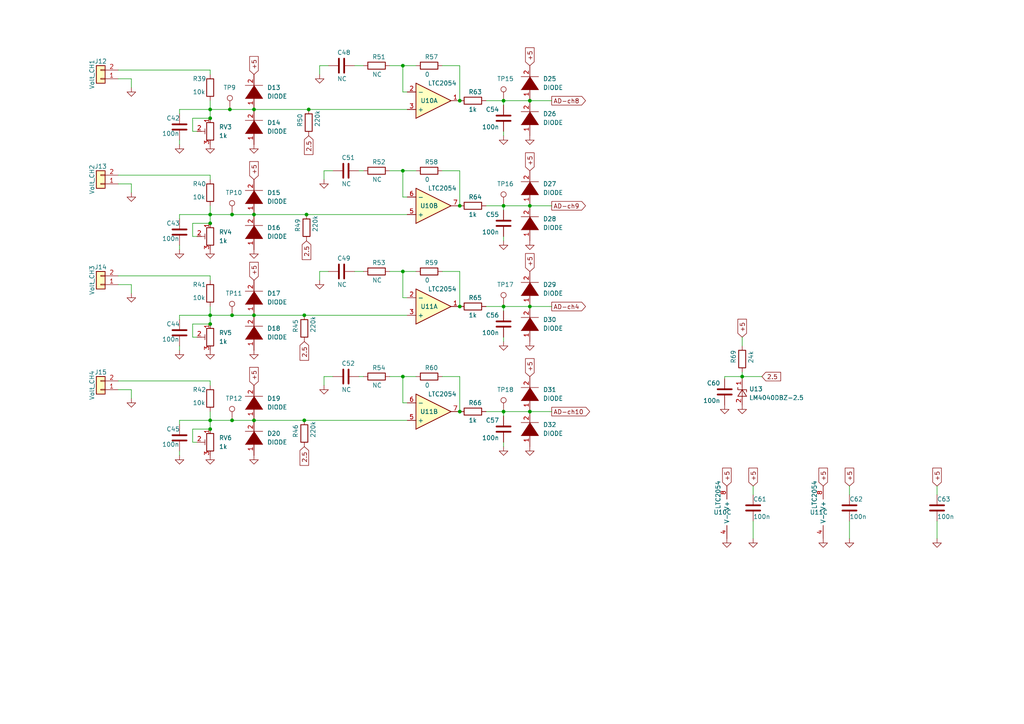
<source format=kicad_sch>
(kicad_sch (version 20211123) (generator eeschema)
  (paper "A4")
  (lib_symbols
    (symbol "Connector:TestPoint" (pin_numbers hide) (pin_names (offset 0.762) hide)
      (property "Reference" "TP" (at 0 6.858 0))
      (property "Value" "TestPoint" (at 0 5.08 0))
      (symbol "TestPoint_0_1"
        (circle (center 0 3.302) (radius 0.762))
      )
      (symbol "TestPoint_1_1"
        (pin passive line (at 0 0 90) (length 2.54) (name "1") (number "1"))
      )
    )
    (symbol "Connector_Generic:Conn_01x02" (pin_names (offset 1.016) hide)
      (property "Reference" "J" (at 0 2.54 0))
      (property "Value" "Conn_01x02" (at 0 -5.08 0))
      (symbol "Conn_01x02_1_1"
        (rectangle (start -1.27 -2.413) (end 0 -2.667) (stroke (width 0.1524)))
        (rectangle (start -1.27 0.127) (end 0 -0.127) (stroke (width 0.1524)))
        (rectangle (start -1.27 1.27) (end 1.27 -3.81) (stroke (width 0.254)) (fill (type background)))
        (pin passive line (at -5.08 0 0) (length 3.81) (name "Pin_1") (number "1"))
        (pin passive line (at -5.08 -2.54 0) (length 3.81) (name "Pin_2") (number "2"))
      )
    )
    (symbol "Device:C" (pin_numbers hide) (pin_names (offset 0.254))
      (property "Reference" "C" (at 0.635 2.54 0))
      (property "Value" "C" (at 0.635 -2.54 0))
      (symbol "C_0_1"
        (polyline (pts (xy -2.032 -0.762) (xy 2.032 -0.762)) (stroke (width 0.508)))
        (polyline (pts (xy -2.032 0.762) (xy 2.032 0.762)) (stroke (width 0.508)))
      )
      (symbol "C_1_1"
        (pin passive line (at 0 3.81 270) (length 2.794) (name "~") (number "1"))
        (pin passive line (at 0 -3.81 90) (length 2.794) (name "~") (number "2"))
      )
    )
    (symbol "Device:Opamp_Dual"
      (property "Reference" "U" (at 0 5.08 0))
      (property "Value" "Opamp_Dual" (at 0 -5.08 0))
      (symbol "Opamp_Dual_1_1"
        (polyline (pts (xy -5.08 5.08) (xy 5.08 0) (xy -5.08 -5.08) (xy -5.08 5.08)) (stroke (width 0.254)) (fill (type background)))
        (pin output line (at 7.62 0 180) (length 2.54) (name "~") (number "1"))
        (pin input line (at -7.62 -2.54 0) (length 2.54) (name "-") (number "2"))
        (pin input line (at -7.62 2.54 0) (length 2.54) (name "+") (number "3"))
      )
      (symbol "Opamp_Dual_2_1"
        (polyline (pts (xy -5.08 5.08) (xy 5.08 0) (xy -5.08 -5.08) (xy -5.08 5.08)) (stroke (width 0.254)) (fill (type background)))
        (pin input line (at -7.62 2.54 0) (length 2.54) (name "+") (number "5"))
        (pin input line (at -7.62 -2.54 0) (length 2.54) (name "-") (number "6"))
        (pin output line (at 7.62 0 180) (length 2.54) (name "~") (number "7"))
      )
      (symbol "Opamp_Dual_3_1"
        (pin power_in line (at -2.54 -7.62 90) (length 3.81) (name "V-") (number "4"))
        (pin power_in line (at -2.54 7.62 270) (length 3.81) (name "V+") (number "8"))
      )
    )
    (symbol "Device:R" (pin_numbers hide) (pin_names (offset 0))
      (property "Reference" "R" (at 2.032 0 90))
      (property "Value" "R" (at 0 0 90))
      (symbol "R_0_1"
        (rectangle (start -1.016 -2.54) (end 1.016 2.54) (stroke (width 0.254)))
      )
      (symbol "R_1_1"
        (pin passive line (at 0 3.81 270) (length 1.27) (name "~") (number "1"))
        (pin passive line (at 0 -3.81 90) (length 1.27) (name "~") (number "2"))
      )
    )
    (symbol "Device:R_Potentiometer_Trim" (pin_names (offset 1.016) hide)
      (property "Reference" "RV" (at -4.445 0 90))
      (property "Value" "R_Potentiometer_Trim" (at -2.54 0 90))
      (symbol "R_Potentiometer_Trim_0_1"
        (polyline (pts (xy 1.524 0.762) (xy 1.524 -0.762)))
        (polyline (pts (xy 2.54 0) (xy 1.524 0)))
        (rectangle (start 1.016 2.54) (end -1.016 -2.54) (stroke (width 0.254)))
      )
      (symbol "R_Potentiometer_Trim_1_1"
        (pin passive line (at 0 3.81 270) (length 1.27) (name "1") (number "1"))
        (pin passive line (at 3.81 0 180) (length 1.27) (name "2") (number "2"))
        (pin passive line (at 0 -3.81 90) (length 1.27) (name "3") (number "3"))
      )
    )
    (symbol "Reference_Voltage:LM4040DBZ-2.5" (pin_names (offset 0.0254) hide)
      (property "Reference" "U" (at 0 2.54 0))
      (property "Value" "LM4040DBZ-2.5" (at 0 -3.175 0))
      (symbol "LM4040DBZ-2.5_0_1"
        (polyline (pts (xy -1.27 0) (xy 0 0) (xy 1.27 0)))
        (polyline (pts (xy -1.27 -1.27) (xy 0.635 0) (xy -1.27 1.27) (xy -1.27 -1.27)) (stroke (width 0.2032)))
        (polyline (pts (xy 0 -1.27) (xy 0.635 -1.27) (xy 0.635 1.27) (xy 1.27 1.27)) (stroke (width 0.2032)))
      )
      (symbol "LM4040DBZ-2.5_1_1"
        (pin passive line (at 3.81 0 180) (length 2.54) (name "K") (number "1"))
        (pin passive line (at -3.81 0 0) (length 2.54) (name "A") (number "2"))
      )
    )
    (symbol "power:GND" (power) (pin_names (offset 0))
      (property "Value" "GND" (at 0 -3.81 0))
      (symbol "GND_0_1"
        (polyline (pts (xy 0 0) (xy 0 -1.27) (xy 1.27 -1.27) (xy 0 -2.54) (xy -1.27 -1.27) (xy 0 -1.27)))
      )
      (symbol "GND_1_1"
        (pin power_in line (at 0 0 270) (length 0) hide (name "GND") (number "1"))
      )
    )
    (symbol "pspice:DIODE" (pin_names (offset 1.016) hide)
      (property "Reference" "D" (at 0 3.81 0))
      (property "Value" "DIODE" (at 0 -4.445 0))
      (symbol "DIODE_0_1"
        (polyline (pts (xy 1.905 2.54) (xy 1.905 -2.54)))
        (polyline (pts (xy -1.905 2.54) (xy -1.905 -2.54) (xy 1.905 0)) (fill (type outline)))
      )
      (symbol "DIODE_1_1"
        (pin input line (at -5.08 0 0) (length 3.81) (name "K") (number "1"))
        (pin input line (at 5.08 0 180) (length 3.81) (name "A") (number "2"))
      )
    )
  )
  (junction (at 73.66 62.23))
  (junction (at 88.265 121.92))
  (junction (at 89.535 31.75))
  (junction (at 133.35 59.69))
  (junction (at 73.66 121.92))
  (junction (at 146.05 88.9))
  (junction (at 133.35 119.38))
  (junction (at 146.05 119.38))
  (junction (at 60.96 31.75))
  (junction (at 60.96 93.98))
  (junction (at 60.96 121.92))
  (junction (at 73.66 31.75))
  (junction (at 73.66 91.44))
  (junction (at 116.84 19.05))
  (junction (at 67.31 121.92))
  (junction (at 133.35 29.21))
  (junction (at 88.265 91.44))
  (junction (at 88.9 62.23))
  (junction (at 60.96 34.29))
  (junction (at 60.96 62.23))
  (junction (at 66.675 31.75))
  (junction (at 146.05 29.21))
  (junction (at 60.96 124.46))
  (junction (at 153.67 119.38))
  (junction (at 60.96 64.77))
  (junction (at 153.67 59.69))
  (junction (at 67.31 62.23))
  (junction (at 116.84 78.74))
  (junction (at 153.67 29.21))
  (junction (at 60.96 91.44))
  (junction (at 116.84 109.22))
  (junction (at 116.84 49.53))
  (junction (at 146.05 59.69))
  (junction (at 215.265 109.22))
  (junction (at 67.31 91.44))
  (junction (at 133.35 88.9))
  (junction (at 153.67 88.9))
  (wire (pts (xy 92.71 78.74) (xy 92.71 81.28)))
  (wire (pts (xy 153.67 59.69) (xy 160.02 59.69)))
  (wire (pts (xy 146.05 29.21) (xy 146.05 30.48)))
  (wire (pts (xy 116.84 19.05) (xy 116.84 26.67)))
  (wire (pts (xy 57.15 68.58) (xy 55.88 68.58)))
  (wire (pts (xy 52.07 91.44) (xy 60.96 91.44)))
  (wire (pts (xy 57.15 97.79) (xy 55.88 97.79)))
  (wire (pts (xy 133.35 49.53) (xy 133.35 59.69)))
  (wire (pts (xy 215.265 97.79) (xy 215.265 100.33)))
  (wire (pts (xy 128.27 49.53) (xy 133.35 49.53)))
  (wire (pts (xy 73.66 62.23) (xy 88.9 62.23)))
  (wire (pts (xy 38.1 82.55) (xy 38.1 85.09)))
  (wire (pts (xy 55.88 64.77) (xy 60.96 64.77)))
  (wire (pts (xy 52.07 92.71) (xy 52.07 91.44)))
  (wire (pts (xy 52.07 31.75) (xy 60.96 31.75)))
  (wire (pts (xy 128.27 109.22) (xy 133.35 109.22)))
  (wire (pts (xy 92.71 19.05) (xy 92.71 21.59)))
  (wire (pts (xy 218.44 151.13) (xy 218.44 156.21)))
  (wire (pts (xy 73.66 91.44) (xy 88.265 91.44)))
  (wire (pts (xy 60.96 121.92) (xy 67.31 121.92)))
  (wire (pts (xy 34.29 80.01) (xy 60.96 80.01)))
  (wire (pts (xy 118.11 116.84) (xy 116.84 116.84)))
  (wire (pts (xy 153.67 29.21) (xy 160.02 29.21)))
  (wire (pts (xy 52.07 71.12) (xy 52.07 72.39)))
  (wire (pts (xy 34.29 110.49) (xy 60.96 110.49)))
  (wire (pts (xy 66.675 31.75) (xy 73.66 31.75)))
  (wire (pts (xy 113.03 109.22) (xy 116.84 109.22)))
  (wire (pts (xy 118.11 86.36) (xy 116.84 86.36)))
  (wire (pts (xy 116.84 109.22) (xy 116.84 116.84)))
  (wire (pts (xy 153.67 88.9) (xy 160.02 88.9)))
  (wire (pts (xy 140.97 59.69) (xy 146.05 59.69)))
  (wire (pts (xy 60.96 29.21) (xy 60.96 31.75)))
  (wire (pts (xy 246.38 140.97) (xy 246.38 143.51)))
  (wire (pts (xy 133.35 78.74) (xy 133.35 88.9)))
  (wire (pts (xy 52.07 33.02) (xy 52.07 31.75)))
  (wire (pts (xy 88.265 91.44) (xy 118.11 91.44)))
  (wire (pts (xy 52.07 123.19) (xy 52.07 121.92)))
  (wire (pts (xy 55.88 93.98) (xy 60.96 93.98)))
  (wire (pts (xy 34.29 20.32) (xy 60.96 20.32)))
  (wire (pts (xy 146.05 128.27) (xy 146.05 129.54)))
  (wire (pts (xy 88.265 121.92) (xy 118.11 121.92)))
  (wire (pts (xy 52.07 63.5) (xy 52.07 62.23)))
  (wire (pts (xy 140.97 29.21) (xy 146.05 29.21)))
  (wire (pts (xy 96.52 49.53) (xy 93.98 49.53)))
  (wire (pts (xy 146.05 97.79) (xy 146.05 99.06)))
  (wire (pts (xy 215.265 109.22) (xy 220.98 109.22)))
  (wire (pts (xy 95.25 78.74) (xy 92.71 78.74)))
  (wire (pts (xy 38.1 22.86) (xy 38.1 25.4)))
  (wire (pts (xy 55.88 97.79) (xy 55.88 93.98)))
  (wire (pts (xy 60.96 121.92) (xy 60.96 124.46)))
  (wire (pts (xy 146.05 119.38) (xy 153.67 119.38)))
  (wire (pts (xy 120.65 19.05) (xy 116.84 19.05)))
  (wire (pts (xy 96.52 109.22) (xy 93.98 109.22)))
  (wire (pts (xy 60.96 119.38) (xy 60.96 121.92)))
  (wire (pts (xy 55.88 68.58) (xy 55.88 64.77)))
  (wire (pts (xy 113.03 78.74) (xy 116.84 78.74)))
  (wire (pts (xy 153.67 119.38) (xy 160.02 119.38)))
  (wire (pts (xy 34.29 113.03) (xy 38.1 113.03)))
  (wire (pts (xy 116.84 109.22) (xy 120.65 109.22)))
  (wire (pts (xy 140.97 119.38) (xy 146.05 119.38)))
  (wire (pts (xy 55.88 124.46) (xy 60.96 124.46)))
  (wire (pts (xy 60.96 59.69) (xy 60.96 62.23)))
  (wire (pts (xy 67.31 62.23) (xy 73.66 62.23)))
  (wire (pts (xy 52.07 62.23) (xy 60.96 62.23)))
  (wire (pts (xy 218.44 140.97) (xy 218.44 143.51)))
  (wire (pts (xy 271.78 140.97) (xy 271.78 143.51)))
  (wire (pts (xy 60.96 62.23) (xy 67.31 62.23)))
  (wire (pts (xy 146.05 68.58) (xy 146.05 69.85)))
  (wire (pts (xy 113.03 49.53) (xy 116.84 49.53)))
  (wire (pts (xy 55.88 34.29) (xy 60.96 34.29)))
  (wire (pts (xy 60.96 31.75) (xy 66.675 31.75)))
  (wire (pts (xy 102.87 19.05) (xy 105.41 19.05)))
  (wire (pts (xy 60.96 91.44) (xy 60.96 93.98)))
  (wire (pts (xy 60.96 88.9) (xy 60.96 91.44)))
  (wire (pts (xy 113.03 19.05) (xy 116.84 19.05)))
  (wire (pts (xy 52.07 40.64) (xy 52.07 41.91)))
  (wire (pts (xy 146.05 88.9) (xy 146.05 90.17)))
  (wire (pts (xy 146.05 88.9) (xy 153.67 88.9)))
  (wire (pts (xy 57.15 38.1) (xy 55.88 38.1)))
  (wire (pts (xy 133.35 109.22) (xy 133.35 119.38)))
  (wire (pts (xy 146.05 59.69) (xy 146.05 60.96)))
  (wire (pts (xy 146.05 29.21) (xy 153.67 29.21)))
  (wire (pts (xy 146.05 38.1) (xy 146.05 39.37)))
  (wire (pts (xy 246.38 151.13) (xy 246.38 156.21)))
  (wire (pts (xy 60.96 50.8) (xy 60.96 52.07)))
  (wire (pts (xy 52.07 121.92) (xy 60.96 121.92)))
  (wire (pts (xy 146.05 119.38) (xy 146.05 120.65)))
  (wire (pts (xy 60.96 62.23) (xy 60.96 64.77)))
  (wire (pts (xy 52.07 100.33) (xy 52.07 101.6)))
  (wire (pts (xy 93.98 109.22) (xy 93.98 111.76)))
  (wire (pts (xy 52.07 130.81) (xy 52.07 132.08)))
  (wire (pts (xy 67.31 121.92) (xy 73.66 121.92)))
  (wire (pts (xy 102.87 78.74) (xy 105.41 78.74)))
  (wire (pts (xy 118.11 26.67) (xy 116.84 26.67)))
  (wire (pts (xy 88.9 62.23) (xy 118.11 62.23)))
  (wire (pts (xy 57.15 128.27) (xy 55.88 128.27)))
  (wire (pts (xy 34.29 53.34) (xy 38.1 53.34)))
  (wire (pts (xy 104.14 109.22) (xy 105.41 109.22)))
  (wire (pts (xy 38.1 113.03) (xy 38.1 115.57)))
  (wire (pts (xy 140.97 88.9) (xy 146.05 88.9)))
  (wire (pts (xy 93.98 49.53) (xy 93.98 52.07)))
  (wire (pts (xy 210.185 109.22) (xy 215.265 109.22)))
  (wire (pts (xy 60.96 110.49) (xy 60.96 111.76)))
  (wire (pts (xy 38.1 53.34) (xy 38.1 55.88)))
  (wire (pts (xy 271.78 151.13) (xy 271.78 156.21)))
  (wire (pts (xy 34.29 82.55) (xy 38.1 82.55)))
  (wire (pts (xy 60.96 20.32) (xy 60.96 21.59)))
  (wire (pts (xy 95.25 19.05) (xy 92.71 19.05)))
  (wire (pts (xy 67.31 91.44) (xy 73.66 91.44)))
  (wire (pts (xy 133.35 19.05) (xy 133.35 29.21)))
  (wire (pts (xy 34.29 22.86) (xy 38.1 22.86)))
  (wire (pts (xy 215.265 107.95) (xy 215.265 109.22)))
  (wire (pts (xy 34.29 50.8) (xy 60.96 50.8)))
  (wire (pts (xy 215.265 109.22) (xy 215.265 109.855)))
  (wire (pts (xy 146.05 59.69) (xy 153.67 59.69)))
  (wire (pts (xy 104.14 49.53) (xy 105.41 49.53)))
  (wire (pts (xy 89.535 31.75) (xy 118.11 31.75)))
  (wire (pts (xy 116.84 49.53) (xy 120.65 49.53)))
  (wire (pts (xy 55.88 128.27) (xy 55.88 124.46)))
  (wire (pts (xy 55.88 38.1) (xy 55.88 34.29)))
  (wire (pts (xy 73.66 31.75) (xy 89.535 31.75)))
  (wire (pts (xy 128.27 19.05) (xy 133.35 19.05)))
  (wire (pts (xy 73.66 121.92) (xy 88.265 121.92)))
  (wire (pts (xy 120.65 78.74) (xy 116.84 78.74)))
  (wire (pts (xy 116.84 49.53) (xy 116.84 57.15)))
  (wire (pts (xy 210.185 109.855) (xy 210.185 109.22)))
  (wire (pts (xy 60.96 31.75) (xy 60.96 34.29)))
  (wire (pts (xy 128.27 78.74) (xy 133.35 78.74)))
  (wire (pts (xy 60.96 80.01) (xy 60.96 81.28)))
  (wire (pts (xy 118.11 57.15) (xy 116.84 57.15)))
  (wire (pts (xy 116.84 78.74) (xy 116.84 86.36)))
  (wire (pts (xy 60.96 91.44) (xy 67.31 91.44)))
  (global_label "+5" (shape input) (at 210.82 140.97 90) (property "Intersheet References" "${INTERSHEET_REFS}" (effects hide)))
  (global_label "2.5" (shape input) (at 88.265 129.54 270) (property "Intersheet References" "${INTERSHEET_REFS}" (effects hide)))
  (global_label "2.5" (shape input) (at 89.535 39.37 270) (property "Intersheet References" "${INTERSHEET_REFS}" (effects hide)))
  (global_label "+5" (shape input) (at 153.67 19.05 90) (property "Intersheet References" "${INTERSHEET_REFS}" (effects hide)))
  (global_label "+5" (shape input) (at 215.265 97.79 90) (property "Intersheet References" "${INTERSHEET_REFS}" (effects hide)))
  (global_label "+5" (shape input) (at 73.66 81.28 90) (property "Intersheet References" "${INTERSHEET_REFS}" (effects hide)))
  (global_label "+5" (shape input) (at 73.66 52.07 90) (property "Intersheet References" "${INTERSHEET_REFS}" (effects hide)))
  (global_label "+5" (shape input) (at 271.78 140.97 90) (property "Intersheet References" "${INTERSHEET_REFS}" (effects hide)))
  (global_label "2.5" (shape input) (at 220.98 109.22 0) (property "Intersheet References" "${INTERSHEET_REFS}" (effects hide)))
  (global_label "+5" (shape input) (at 218.44 140.97 90) (property "Intersheet References" "${INTERSHEET_REFS}" (effects hide)))
  (global_label "AD-ch10" (shape output) (at 160.02 119.38 0) (property "Intersheet References" "${INTERSHEET_REFS}" (effects hide)))
  (global_label "+5" (shape input) (at 238.76 140.97 90) (property "Intersheet References" "${INTERSHEET_REFS}" (effects hide)))
  (global_label "AD-ch8" (shape output) (at 160.02 29.21 0) (property "Intersheet References" "${INTERSHEET_REFS}" (effects hide)))
  (global_label "+5" (shape input) (at 153.67 109.22 90) (property "Intersheet References" "${INTERSHEET_REFS}" (effects hide)))
  (global_label "AD-ch9" (shape output) (at 160.02 59.69 0) (property "Intersheet References" "${INTERSHEET_REFS}" (effects hide)))
  (global_label "AD-ch4" (shape output) (at 160.02 88.9 0) (property "Intersheet References" "${INTERSHEET_REFS}" (effects hide)))
  (global_label "+5" (shape input) (at 246.38 140.97 90) (property "Intersheet References" "${INTERSHEET_REFS}" (effects hide)))
  (global_label "+5" (shape input) (at 73.66 21.59 90) (property "Intersheet References" "${INTERSHEET_REFS}" (effects hide)))
  (global_label "+5" (shape input) (at 73.66 111.76 90) (property "Intersheet References" "${INTERSHEET_REFS}" (effects hide)))
  (global_label "2.5" (shape input) (at 88.9 69.85 270) (property "Intersheet References" "${INTERSHEET_REFS}" (effects hide)))
  (global_label "2.5" (shape input) (at 88.265 99.06 270) (property "Intersheet References" "${INTERSHEET_REFS}" (effects hide)))
  (global_label "+5" (shape input) (at 153.67 49.53 90) (property "Intersheet References" "${INTERSHEET_REFS}" (effects hide)))
  (global_label "+5" (shape input) (at 153.67 78.74 90) (property "Intersheet References" "${INTERSHEET_REFS}" (effects hide)))
  (symbol (lib_id "power:GND") (at 60.96 132.08 0) (unit 1)
    (property "Reference" "#PWR0140" (effects hide))
    (property "Value" "GND" (effects hide))
  )
  (symbol (lib_id "Device:R") (at 137.16 29.21 270) (unit 1)
    (property "Reference" "R63" (at 135.89 26.67 90) (effects (justify left)))
    (property "Value" "1k" (at 135.89 31.75 90) (effects (justify left)))
    (property "Footprint" "Resistor_SMD:R_0402_1005Metric" (effects hide))
  )
  (symbol (lib_id "power:GND") (at 73.66 41.91 0) (unit 1)
    (property "Reference" "#PWR0143" (effects hide))
    (property "Value" "GND" (effects hide))
  )
  (symbol (lib_id "pspice:DIODE") (at 73.66 96.52 90) (unit 1)
    (property "Reference" "D18" (at 77.47 95.2499 90) (effects (justify right)))
    (property "Value" "DIODE" (at 77.47 97.7899 90) (effects (justify right)))
    (property "Footprint" "Diode_SMD:D_0402_1005Metric" (effects hide))
  )
  (symbol (lib_id "Connector_Generic:Conn_01x02") (at 29.21 113.03 180) (unit 1)
    (property "Reference" "J15" (at 29.21 107.95 0))
    (property "Value" "Volt_CH4" (at 26.67 111.76 90))
    (property "Footprint" "Connector_PinHeader_2.54mm:PinHeader_1x02_P2.54mm_Vertical" (effects hide))
  )
  (symbol (lib_id "power:GND") (at 60.96 72.39 0) (unit 1)
    (property "Reference" "#PWR0138" (effects hide))
    (property "Value" "GND" (effects hide))
  )
  (symbol (lib_id "power:GND") (at 146.05 129.54 0) (unit 1)
    (property "Reference" "#PWR0158" (effects hide))
    (property "Value" "GND" (effects hide))
  )
  (symbol (lib_id "Device:C") (at 52.07 96.52 0) (unit 1)
    (property "Reference" "C44" (at 48.26 93.98 0) (effects (justify left)))
    (property "Value" "100n" (at 46.99 98.425 0) (effects (justify left)))
    (property "Footprint" "Capacitor_SMD:C_0402_1005Metric" (effects hide))
  )
  (symbol (lib_id "power:GND") (at 52.07 72.39 0) (unit 1)
    (property "Reference" "#PWR0132" (effects hide))
    (property "Value" "GND" (effects hide))
  )
  (symbol (lib_id "Device:C") (at 246.38 147.32 0) (unit 1)
    (property "Reference" "C62" (at 246.38 144.78 0) (effects (justify left)))
    (property "Value" "100n" (at 246.38 149.86 0) (effects (justify left)))
    (property "Footprint" "Capacitor_SMD:C_0402_1005Metric" (effects hide))
  )
  (symbol (lib_id "power:GND") (at 238.76 156.21 0) (unit 1)
    (property "Reference" "#PWR0171" (effects hide))
    (property "Value" "GND" (effects hide))
  )
  (symbol (lib_id "power:GND") (at 153.67 69.85 0) (unit 1)
    (property "Reference" "#PWR0162" (effects hide))
    (property "Value" "GND" (effects hide))
  )
  (symbol (lib_id "power:GND") (at 218.44 156.21 0) (unit 1)
    (property "Reference" "#PWR0170" (effects hide))
    (property "Value" "GND" (effects hide))
  )
  (symbol (lib_id "Device:C") (at 52.07 36.83 0) (unit 1)
    (property "Reference" "C42" (at 48.26 34.29 0) (effects (justify left)))
    (property "Value" "100n" (at 46.99 38.735 0) (effects (justify left)))
    (property "Footprint" "Capacitor_SMD:C_0402_1005Metric" (effects hide))
  )
  (symbol (lib_id "Device:R") (at 109.22 109.22 270) (unit 1)
    (property "Reference" "R54" (at 107.95 106.68 90) (effects (justify left)))
    (property "Value" "NC" (at 107.95 111.76 90) (effects (justify left)))
    (property "Footprint" "Resistor_SMD:R_0402_1005Metric" (effects hide))
  )
  (symbol (lib_id "Device:Opamp_Dual") (at 236.22 148.59 0) (mirror y) (unit 3)
    (property "Reference" "U11" (at 237.49 148.59 0))
    (property "Value" "LTC2054" (at 236.22 143.51 90))
    (property "Footprint" "Package_SO:MSOP-8_3x3mm_P0.65mm" (effects hide))
  )
  (symbol (lib_id "Connector:TestPoint") (at 146.05 59.69 0) (unit 1)
    (property "Reference" "TP16" (at 144.145 53.34 0) (effects (justify left)))
    (property "Value" "TestPoint" (effects hide))
    (property "Footprint" "TestPoint:TestPoint_Pad_D1.0mm" (effects hide))
  )
  (symbol (lib_id "power:GND") (at 153.67 39.37 0) (unit 1)
    (property "Reference" "#PWR0161" (effects hide))
    (property "Value" "GND" (effects hide))
  )
  (symbol (lib_id "Device:C") (at 99.06 78.74 270) (unit 1)
    (property "Reference" "C49" (at 97.79 74.93 90) (effects (justify left)))
    (property "Value" "NC" (at 97.79 82.55 90) (effects (justify left)))
    (property "Footprint" "Capacitor_SMD:C_0402_1005Metric" (effects hide))
  )
  (symbol (lib_id "Connector:TestPoint") (at 146.05 119.38 0) (unit 1)
    (property "Reference" "TP18" (at 144.145 113.03 0) (effects (justify left)))
    (property "Value" "TestPoint" (effects hide))
    (property "Footprint" "TestPoint:TestPoint_Pad_D1.0mm" (effects hide))
  )
  (symbol (lib_id "Device:Opamp_Dual") (at 208.28 148.59 0) (mirror y) (unit 3)
    (property "Reference" "U10" (at 209.55 148.59 0))
    (property "Value" "LTC2054" (at 208.28 143.51 90))
    (property "Footprint" "Package_SO:MSOP-8_3x3mm_P0.65mm" (effects hide))
  )
  (symbol (lib_id "pspice:DIODE") (at 153.67 114.3 90) (unit 1)
    (property "Reference" "D31" (at 157.48 113.0299 90) (effects (justify right)))
    (property "Value" "DIODE" (at 157.48 115.5699 90) (effects (justify right)))
    (property "Footprint" "Diode_SMD:D_0402_1005Metric" (effects hide))
  )
  (symbol (lib_id "Device:Opamp_Dual") (at 125.73 59.69 0) (mirror x) (unit 2)
    (property "Reference" "U10" (at 124.46 59.69 0))
    (property "Value" "LTC2054" (at 128.27 54.61 0))
    (property "Footprint" "Package_SO:MSOP-8_3x3mm_P0.65mm" (effects hide))
  )
  (symbol (lib_id "Device:R_Potentiometer_Trim") (at 60.96 97.79 0) (mirror y) (unit 1)
    (property "Reference" "RV5" (at 63.5 96.5199 0) (effects (justify right)))
    (property "Value" "1k" (at 63.5 99.0599 0) (effects (justify right)))
    (property "Footprint" "Potentiometer_SMD:Potentiometer_Bourns_3314J_Vertical" (effects hide))
  )
  (symbol (lib_id "power:GND") (at 146.05 39.37 0) (unit 1)
    (property "Reference" "#PWR0155" (effects hide))
    (property "Value" "GND" (effects hide))
  )
  (symbol (lib_id "Device:R") (at 88.265 95.25 0) (unit 1)
    (property "Reference" "R45" (at 85.725 96.52 90) (effects (justify left)))
    (property "Value" "220k" (at 90.805 96.52 90) (effects (justify left)))
    (property "Footprint" "Resistor_SMD:R_0402_1005Metric" (effects hide))
  )
  (symbol (lib_id "power:GND") (at 215.265 117.475 0) (unit 1)
    (property "Reference" "#PWR0169" (effects hide))
    (property "Value" "GND" (effects hide))
  )
  (symbol (lib_id "power:GND") (at 93.98 52.07 0) (unit 1)
    (property "Reference" "#PWR0152" (effects hide))
    (property "Value" "GND" (effects hide))
  )
  (symbol (lib_id "pspice:DIODE") (at 73.66 57.15 90) (unit 1)
    (property "Reference" "D15" (at 77.47 55.8799 90) (effects (justify right)))
    (property "Value" "DIODE" (at 77.47 58.4199 90) (effects (justify right)))
    (property "Footprint" "Diode_SMD:D_0402_1005Metric" (effects hide))
  )
  (symbol (lib_id "Device:R") (at 60.96 25.4 0) (unit 1)
    (property "Reference" "R39" (at 55.88 22.86 0) (effects (justify left)))
    (property "Value" "10k" (at 55.88 26.67 0) (effects (justify left)))
    (property "Footprint" "Resistor_SMD:R_0402_1005Metric" (effects hide))
  )
  (symbol (lib_id "Device:R") (at 89.535 35.56 0) (unit 1)
    (property "Reference" "R50" (at 86.995 36.83 90) (effects (justify left)))
    (property "Value" "220k" (at 92.075 36.83 90) (effects (justify left)))
    (property "Footprint" "Resistor_SMD:R_0402_1005Metric" (effects hide))
  )
  (symbol (lib_id "Device:R") (at 137.16 119.38 270) (unit 1)
    (property "Reference" "R66" (at 135.89 116.84 90) (effects (justify left)))
    (property "Value" "1k" (at 135.89 121.92 90) (effects (justify left)))
    (property "Footprint" "Resistor_SMD:R_0402_1005Metric" (effects hide))
  )
  (symbol (lib_id "pspice:DIODE") (at 153.67 64.77 90) (unit 1)
    (property "Reference" "D28" (at 157.48 63.4999 90) (effects (justify right)))
    (property "Value" "DIODE" (at 157.48 66.0399 90) (effects (justify right)))
    (property "Footprint" "Diode_SMD:D_0402_1005Metric" (effects hide))
  )
  (symbol (lib_id "Connector:TestPoint") (at 146.05 88.9 0) (unit 1)
    (property "Reference" "TP17" (at 144.145 82.55 0) (effects (justify left)))
    (property "Value" "TestPoint" (effects hide))
    (property "Footprint" "TestPoint:TestPoint_Pad_D1.0mm" (effects hide))
  )
  (symbol (lib_id "power:GND") (at 52.07 101.6 0) (unit 1)
    (property "Reference" "#PWR0133" (effects hide))
    (property "Value" "GND" (effects hide))
  )
  (symbol (lib_id "power:GND") (at 38.1 25.4 0) (unit 1)
    (property "Reference" "#PWR0125" (effects hide))
    (property "Value" "GND" (effects hide))
  )
  (symbol (lib_id "pspice:DIODE") (at 73.66 67.31 90) (unit 1)
    (property "Reference" "D16" (at 77.47 66.0399 90) (effects (justify right)))
    (property "Value" "DIODE" (at 77.47 68.5799 90) (effects (justify right)))
    (property "Footprint" "Diode_SMD:D_0402_1005Metric" (effects hide))
  )
  (symbol (lib_id "pspice:DIODE") (at 153.67 83.82 90) (unit 1)
    (property "Reference" "D29" (at 157.48 82.5499 90) (effects (justify right)))
    (property "Value" "DIODE" (at 157.48 85.0899 90) (effects (justify right)))
    (property "Footprint" "Diode_SMD:D_0402_1005Metric" (effects hide))
  )
  (symbol (lib_id "power:GND") (at 153.67 129.54 0) (unit 1)
    (property "Reference" "#PWR0164" (effects hide))
    (property "Value" "GND" (effects hide))
  )
  (symbol (lib_id "Device:R") (at 124.46 49.53 270) (unit 1)
    (property "Reference" "R58" (at 123.19 46.99 90) (effects (justify left)))
    (property "Value" "0" (at 123.19 52.07 90) (effects (justify left)))
    (property "Footprint" "Resistor_SMD:R_0402_1005Metric" (effects hide))
  )
  (symbol (lib_id "Connector:TestPoint") (at 146.05 29.21 0) (unit 1)
    (property "Reference" "TP15" (at 144.145 22.86 0) (effects (justify left)))
    (property "Value" "TestPoint" (effects hide))
    (property "Footprint" "TestPoint:TestPoint_Pad_D1.0mm" (effects hide))
  )
  (symbol (lib_id "Device:C") (at 52.07 127 0) (unit 1)
    (property "Reference" "C45" (at 48.26 124.46 0) (effects (justify left)))
    (property "Value" "100n" (at 46.99 128.905 0) (effects (justify left)))
    (property "Footprint" "Capacitor_SMD:C_0402_1005Metric" (effects hide))
  )
  (symbol (lib_id "pspice:DIODE") (at 73.66 116.84 90) (unit 1)
    (property "Reference" "D19" (at 77.47 115.5699 90) (effects (justify right)))
    (property "Value" "DIODE" (at 77.47 118.1099 90) (effects (justify right)))
    (property "Footprint" "Diode_SMD:D_0402_1005Metric" (effects hide))
  )
  (symbol (lib_id "power:GND") (at 73.66 101.6 0) (unit 1)
    (property "Reference" "#PWR0145" (effects hide))
    (property "Value" "GND" (effects hide))
  )
  (symbol (lib_id "Device:R_Potentiometer_Trim") (at 60.96 128.27 0) (mirror y) (unit 1)
    (property "Reference" "RV6" (at 63.5 126.9999 0) (effects (justify right)))
    (property "Value" "1k" (at 63.5 129.5399 0) (effects (justify right)))
    (property "Footprint" "Potentiometer_SMD:Potentiometer_Bourns_3314J_Vertical" (effects hide))
  )
  (symbol (lib_id "Device:R") (at 60.96 115.57 0) (unit 1)
    (property "Reference" "R42" (at 55.88 113.03 0) (effects (justify left)))
    (property "Value" "10k" (at 55.88 116.84 0) (effects (justify left)))
    (property "Footprint" "Resistor_SMD:R_0402_1005Metric" (effects hide))
  )
  (symbol (lib_id "Device:R") (at 215.265 104.14 0) (unit 1)
    (property "Reference" "R69" (at 212.725 105.41 90) (effects (justify left)))
    (property "Value" "24k" (at 217.805 105.41 90) (effects (justify left)))
    (property "Footprint" "Resistor_SMD:R_0402_1005Metric" (effects hide))
  )
  (symbol (lib_id "Device:R") (at 109.22 19.05 270) (unit 1)
    (property "Reference" "R51" (at 107.95 16.51 90) (effects (justify left)))
    (property "Value" "NC" (at 107.95 21.59 90) (effects (justify left)))
    (property "Footprint" "Resistor_SMD:R_0402_1005Metric" (effects hide))
  )
  (symbol (lib_id "power:GND") (at 73.66 132.08 0) (unit 1)
    (property "Reference" "#PWR0146" (effects hide))
    (property "Value" "GND" (effects hide))
  )
  (symbol (lib_id "power:GND") (at 60.96 41.91 0) (unit 1)
    (property "Reference" "#PWR0137" (effects hide))
    (property "Value" "GND" (effects hide))
  )
  (symbol (lib_id "power:GND") (at 38.1 55.88 0) (unit 1)
    (property "Reference" "#PWR0126" (effects hide))
    (property "Value" "GND" (effects hide))
  )
  (symbol (lib_id "power:GND") (at 210.82 156.21 0) (unit 1)
    (property "Reference" "#PWR0168" (effects hide))
    (property "Value" "GND" (effects hide))
  )
  (symbol (lib_id "Reference_Voltage:LM4040DBZ-2.5") (at 215.265 113.665 90) (unit 1)
    (property "Reference" "U13" (at 217.2716 112.8303 90) (effects (justify right)))
    (property "Value" "LM4040DBZ-2.5" (at 217.2716 115.3672 90) (effects (justify right)))
    (property "Footprint" "Package_TO_SOT_SMD:SOT-23" (effects hide))
    (property "Datasheet" "http://www.ti.com/lit/ds/symlink/lm4040-n.pdf" (effects hide))
  )
  (symbol (lib_id "power:GND") (at 93.98 111.76 0) (unit 1)
    (property "Reference" "#PWR0153" (effects hide))
    (property "Value" "GND" (effects hide))
  )
  (symbol (lib_id "Device:C") (at 146.05 124.46 180) (unit 1)
    (property "Reference" "C57" (at 144.78 121.92 0) (effects (justify left)))
    (property "Value" "100n" (at 144.78 127 0) (effects (justify left)))
    (property "Footprint" "Capacitor_SMD:C_0402_1005Metric" (effects hide))
  )
  (symbol (lib_id "power:GND") (at 52.07 132.08 0) (unit 1)
    (property "Reference" "#PWR0134" (effects hide))
    (property "Value" "GND" (effects hide))
  )
  (symbol (lib_id "power:GND") (at 60.96 101.6 0) (unit 1)
    (property "Reference" "#PWR0139" (effects hide))
    (property "Value" "GND" (effects hide))
  )
  (symbol (lib_id "Connector_Generic:Conn_01x02") (at 29.21 53.34 180) (unit 1)
    (property "Reference" "J13" (at 29.21 48.26 0))
    (property "Value" "Volt_CH2" (at 26.67 52.07 90))
    (property "Footprint" "Connector_PinHeader_2.54mm:PinHeader_1x02_P2.54mm_Vertical" (effects hide))
  )
  (symbol (lib_id "Connector:TestPoint") (at 66.675 31.75 0) (unit 1)
    (property "Reference" "TP9" (at 64.77 25.4 0) (effects (justify left)))
    (property "Value" "TestPoint" (effects hide))
    (property "Footprint" "TestPoint:TestPoint_Pad_D1.0mm" (effects hide))
  )
  (symbol (lib_id "pspice:DIODE") (at 153.67 93.98 90) (unit 1)
    (property "Reference" "D30" (at 157.48 92.7099 90) (effects (justify right)))
    (property "Value" "DIODE" (at 157.48 95.2499 90) (effects (justify right)))
    (property "Footprint" "Diode_SMD:D_0402_1005Metric" (effects hide))
  )
  (symbol (lib_id "Device:R") (at 137.16 59.69 270) (unit 1)
    (property "Reference" "R64" (at 135.89 57.15 90) (effects (justify left)))
    (property "Value" "1k" (at 135.89 62.23 90) (effects (justify left)))
    (property "Footprint" "Resistor_SMD:R_0402_1005Metric" (effects hide))
  )
  (symbol (lib_id "power:GND") (at 271.78 156.21 0) (unit 1)
    (property "Reference" "#PWR0174" (effects hide))
    (property "Value" "GND" (effects hide))
  )
  (symbol (lib_id "pspice:DIODE") (at 73.66 127 90) (unit 1)
    (property "Reference" "D20" (at 77.47 125.7299 90) (effects (justify right)))
    (property "Value" "DIODE" (at 77.47 128.2699 90) (effects (justify right)))
    (property "Footprint" "Diode_SMD:D_0402_1005Metric" (effects hide))
  )
  (symbol (lib_id "power:GND") (at 153.67 99.06 0) (unit 1)
    (property "Reference" "#PWR0163" (effects hide))
    (property "Value" "GND" (effects hide))
  )
  (symbol (lib_id "Connector:TestPoint") (at 67.31 62.23 0) (unit 1)
    (property "Reference" "TP10" (at 65.405 55.88 0) (effects (justify left)))
    (property "Value" "TestPoint" (effects hide))
    (property "Footprint" "TestPoint:TestPoint_Pad_D1.0mm" (effects hide))
  )
  (symbol (lib_id "Device:C") (at 146.05 93.98 180) (unit 1)
    (property "Reference" "C56" (at 144.78 91.44 0) (effects (justify left)))
    (property "Value" "100n" (at 144.78 96.52 0) (effects (justify left)))
    (property "Footprint" "Capacitor_SMD:C_0402_1005Metric" (effects hide))
  )
  (symbol (lib_id "Device:C") (at 52.07 67.31 0) (unit 1)
    (property "Reference" "C43" (at 48.26 64.77 0) (effects (justify left)))
    (property "Value" "100n" (at 46.99 69.215 0) (effects (justify left)))
    (property "Footprint" "Capacitor_SMD:C_0402_1005Metric" (effects hide))
  )
  (symbol (lib_id "Device:R") (at 124.46 19.05 270) (unit 1)
    (property "Reference" "R57" (at 123.19 16.51 90) (effects (justify left)))
    (property "Value" "0" (at 123.19 21.59 90) (effects (justify left)))
    (property "Footprint" "Resistor_SMD:R_0402_1005Metric" (effects hide))
  )
  (symbol (lib_id "Connector:TestPoint") (at 67.31 121.92 0) (unit 1)
    (property "Reference" "TP12" (at 65.405 115.57 0) (effects (justify left)))
    (property "Value" "TestPoint" (effects hide))
    (property "Footprint" "TestPoint:TestPoint_Pad_D1.0mm" (effects hide))
  )
  (symbol (lib_id "Connector_Generic:Conn_01x02") (at 29.21 82.55 180) (unit 1)
    (property "Reference" "J14" (at 29.21 77.47 0))
    (property "Value" "Volt_CH3" (at 26.67 81.28 90))
    (property "Footprint" "Connector_PinHeader_2.54mm:PinHeader_1x02_P2.54mm_Vertical" (effects hide))
  )
  (symbol (lib_id "Device:R") (at 88.9 66.04 0) (unit 1)
    (property "Reference" "R49" (at 86.36 67.31 90) (effects (justify left)))
    (property "Value" "220k" (at 91.44 67.31 90) (effects (justify left)))
    (property "Footprint" "Resistor_SMD:R_0402_1005Metric" (effects hide))
  )
  (symbol (lib_id "Device:Opamp_Dual") (at 125.73 88.9 0) (mirror x) (unit 1)
    (property "Reference" "U11" (at 124.46 88.9 0))
    (property "Value" "LTC2054" (at 128.27 83.82 0))
    (property "Footprint" "Package_SO:MSOP-8_3x3mm_P0.65mm" (effects hide))
  )
  (symbol (lib_id "power:GND") (at 38.1 115.57 0) (unit 1)
    (property "Reference" "#PWR0128" (effects hide))
    (property "Value" "GND" (effects hide))
  )
  (symbol (lib_id "Device:Opamp_Dual") (at 125.73 29.21 0) (mirror x) (unit 1)
    (property "Reference" "U10" (at 124.46 29.21 0))
    (property "Value" "LTC2054" (at 128.27 24.13 0))
    (property "Footprint" "Package_SO:MSOP-8_3x3mm_P0.65mm" (effects hide))
  )
  (symbol (lib_id "Device:R_Potentiometer_Trim") (at 60.96 38.1 0) (mirror y) (unit 1)
    (property "Reference" "RV3" (at 63.5 36.8299 0) (effects (justify right)))
    (property "Value" "1k" (at 63.5 39.3699 0) (effects (justify right)))
    (property "Footprint" "Potentiometer_SMD:Potentiometer_Bourns_3314J_Vertical" (effects hide))
  )
  (symbol (lib_id "Device:R") (at 60.96 55.88 0) (unit 1)
    (property "Reference" "R40" (at 55.88 53.34 0) (effects (justify left)))
    (property "Value" "10k" (at 55.88 57.15 0) (effects (justify left)))
    (property "Footprint" "Resistor_SMD:R_0402_1005Metric" (effects hide))
  )
  (symbol (lib_id "Device:R") (at 124.46 78.74 270) (unit 1)
    (property "Reference" "R59" (at 123.19 76.2 90) (effects (justify left)))
    (property "Value" "0" (at 123.19 81.28 90) (effects (justify left)))
    (property "Footprint" "Resistor_SMD:R_0402_1005Metric" (effects hide))
  )
  (symbol (lib_id "power:GND") (at 92.71 21.59 0) (unit 1)
    (property "Reference" "#PWR0149" (effects hide))
    (property "Value" "GND" (effects hide))
  )
  (symbol (lib_id "pspice:DIODE") (at 73.66 36.83 90) (unit 1)
    (property "Reference" "D14" (at 77.47 35.5599 90) (effects (justify right)))
    (property "Value" "DIODE" (at 77.47 38.0999 90) (effects (justify right)))
    (property "Footprint" "Diode_SMD:D_0402_1005Metric" (effects hide))
  )
  (symbol (lib_id "Device:C") (at 146.05 64.77 180) (unit 1)
    (property "Reference" "C55" (at 144.78 62.23 0) (effects (justify left)))
    (property "Value" "100n" (at 144.78 67.31 0) (effects (justify left)))
    (property "Footprint" "Capacitor_SMD:C_0402_1005Metric" (effects hide))
  )
  (symbol (lib_id "Device:C") (at 146.05 34.29 180) (unit 1)
    (property "Reference" "C54" (at 144.78 31.75 0) (effects (justify left)))
    (property "Value" "100n" (at 144.78 36.83 0) (effects (justify left)))
    (property "Footprint" "Capacitor_SMD:C_0402_1005Metric" (effects hide))
  )
  (symbol (lib_id "power:GND") (at 246.38 156.21 0) (unit 1)
    (property "Reference" "#PWR0172" (effects hide))
    (property "Value" "GND" (effects hide))
  )
  (symbol (lib_id "Device:R") (at 109.22 78.74 270) (unit 1)
    (property "Reference" "R53" (at 107.95 76.2 90) (effects (justify left)))
    (property "Value" "NC" (at 107.95 81.28 90) (effects (justify left)))
    (property "Footprint" "Resistor_SMD:R_0402_1005Metric" (effects hide))
  )
  (symbol (lib_id "Device:R") (at 88.265 125.73 0) (unit 1)
    (property "Reference" "R46" (at 85.725 127 90) (effects (justify left)))
    (property "Value" "220k" (at 90.805 127 90) (effects (justify left)))
    (property "Footprint" "Resistor_SMD:R_0402_1005Metric" (effects hide))
  )
  (symbol (lib_id "power:GND") (at 38.1 85.09 0) (unit 1)
    (property "Reference" "#PWR0127" (effects hide))
    (property "Value" "GND" (effects hide))
  )
  (symbol (lib_id "Device:Opamp_Dual") (at 125.73 119.38 0) (mirror x) (unit 2)
    (property "Reference" "U11" (at 124.46 119.38 0))
    (property "Value" "LTC2054" (at 128.27 114.3 0))
    (property "Footprint" "Package_SO:MSOP-8_3x3mm_P0.65mm" (effects hide))
  )
  (symbol (lib_id "Device:C") (at 99.06 19.05 270) (unit 1)
    (property "Reference" "C48" (at 97.79 15.24 90) (effects (justify left)))
    (property "Value" "NC" (at 97.79 22.86 90) (effects (justify left)))
    (property "Footprint" "Capacitor_SMD:C_0402_1005Metric" (effects hide))
  )
  (symbol (lib_id "Device:R") (at 137.16 88.9 270) (unit 1)
    (property "Reference" "R65" (at 135.89 86.36 90) (effects (justify left)))
    (property "Value" "1k" (at 135.89 91.44 90) (effects (justify left)))
    (property "Footprint" "Resistor_SMD:R_0402_1005Metric" (effects hide))
  )
  (symbol (lib_id "Device:R") (at 124.46 109.22 270) (unit 1)
    (property "Reference" "R60" (at 123.19 106.68 90) (effects (justify left)))
    (property "Value" "0" (at 123.19 111.76 90) (effects (justify left)))
    (property "Footprint" "Resistor_SMD:R_0402_1005Metric" (effects hide))
  )
  (symbol (lib_id "pspice:DIODE") (at 73.66 26.67 90) (unit 1)
    (property "Reference" "D13" (at 77.47 25.3999 90) (effects (justify right)))
    (property "Value" "DIODE" (at 77.47 27.9399 90) (effects (justify right)))
    (property "Footprint" "Diode_SMD:D_0402_1005Metric" (effects hide))
  )
  (symbol (lib_id "Device:C") (at 100.33 49.53 270) (unit 1)
    (property "Reference" "C51" (at 99.06 45.72 90) (effects (justify left)))
    (property "Value" "NC" (at 99.06 53.34 90) (effects (justify left)))
    (property "Footprint" "Capacitor_SMD:C_0402_1005Metric" (effects hide))
  )
  (symbol (lib_id "pspice:DIODE") (at 153.67 54.61 90) (unit 1)
    (property "Reference" "D27" (at 157.48 53.3399 90) (effects (justify right)))
    (property "Value" "DIODE" (at 157.48 55.8799 90) (effects (justify right)))
    (property "Footprint" "Diode_SMD:D_0402_1005Metric" (effects hide))
  )
  (symbol (lib_id "power:GND") (at 146.05 69.85 0) (unit 1)
    (property "Reference" "#PWR0156" (effects hide))
    (property "Value" "GND" (effects hide))
  )
  (symbol (lib_id "power:GND") (at 146.05 99.06 0) (unit 1)
    (property "Reference" "#PWR0157" (effects hide))
    (property "Value" "GND" (effects hide))
  )
  (symbol (lib_id "pspice:DIODE") (at 153.67 34.29 90) (unit 1)
    (property "Reference" "D26" (at 157.48 33.0199 90) (effects (justify right)))
    (property "Value" "DIODE" (at 157.48 35.5599 90) (effects (justify right)))
    (property "Footprint" "Diode_SMD:D_0402_1005Metric" (effects hide))
  )
  (symbol (lib_id "pspice:DIODE") (at 153.67 24.13 90) (unit 1)
    (property "Reference" "D25" (at 157.48 22.8599 90) (effects (justify right)))
    (property "Value" "DIODE" (at 157.48 25.3999 90) (effects (justify right)))
    (property "Footprint" "Diode_SMD:D_0402_1005Metric" (effects hide))
  )
  (symbol (lib_id "Device:C") (at 210.185 113.665 180) (unit 1)
    (property "Reference" "C60" (at 208.915 111.125 0) (effects (justify left)))
    (property "Value" "100n" (at 208.915 116.205 0) (effects (justify left)))
    (property "Footprint" "Capacitor_SMD:C_0402_1005Metric" (effects hide))
  )
  (symbol (lib_id "Device:C") (at 271.78 147.32 0) (unit 1)
    (property "Reference" "C63" (at 271.78 144.78 0) (effects (justify left)))
    (property "Value" "100n" (at 271.78 149.86 0) (effects (justify left)))
    (property "Footprint" "Capacitor_SMD:C_0402_1005Metric" (effects hide))
  )
  (symbol (lib_id "Connector_Generic:Conn_01x02") (at 29.21 22.86 180) (unit 1)
    (property "Reference" "J12" (at 29.21 17.78 0))
    (property "Value" "Volt_CH1" (at 26.67 21.59 90))
    (property "Footprint" "Connector_PinHeader_2.54mm:PinHeader_1x02_P2.54mm_Vertical" (effects hide))
  )
  (symbol (lib_id "Device:R") (at 109.22 49.53 270) (unit 1)
    (property "Reference" "R52" (at 107.95 46.99 90) (effects (justify left)))
    (property "Value" "NC" (at 107.95 52.07 90) (effects (justify left)))
    (property "Footprint" "Resistor_SMD:R_0402_1005Metric" (effects hide))
  )
  (symbol (lib_id "Device:R") (at 60.96 85.09 0) (unit 1)
    (property "Reference" "R41" (at 55.88 82.55 0) (effects (justify left)))
    (property "Value" "10k" (at 55.88 86.36 0) (effects (justify left)))
    (property "Footprint" "Resistor_SMD:R_0402_1005Metric" (effects hide))
  )
  (symbol (lib_id "Device:C") (at 100.33 109.22 270) (unit 1)
    (property "Reference" "C52" (at 99.06 105.41 90) (effects (justify left)))
    (property "Value" "NC" (at 99.06 113.03 90) (effects (justify left)))
    (property "Footprint" "Capacitor_SMD:C_0402_1005Metric" (effects hide))
  )
  (symbol (lib_id "power:GND") (at 73.66 72.39 0) (unit 1)
    (property "Reference" "#PWR0144" (effects hide))
    (property "Value" "GND" (effects hide))
  )
  (symbol (lib_id "power:GND") (at 92.71 81.28 0) (unit 1)
    (property "Reference" "#PWR0150" (effects hide))
    (property "Value" "GND" (effects hide))
  )
  (symbol (lib_id "power:GND") (at 52.07 41.91 0) (unit 1)
    (property "Reference" "#PWR0131" (effects hide))
    (property "Value" "GND" (effects hide))
  )
  (symbol (lib_id "Connector:TestPoint") (at 67.31 91.44 0) (unit 1)
    (property "Reference" "TP11" (at 65.405 85.09 0) (effects (justify left)))
    (property "Value" "TestPoint" (effects hide))
    (property "Footprint" "TestPoint:TestPoint_Pad_D1.0mm" (effects hide))
  )
  (symbol (lib_id "Device:C") (at 218.44 147.32 0) (unit 1)
    (property "Reference" "C61" (at 218.44 144.78 0) (effects (justify left)))
    (property "Value" "100n" (at 218.44 149.86 0) (effects (justify left)))
    (property "Footprint" "Capacitor_SMD:C_0402_1005Metric" (effects hide))
  )
  (symbol (lib_id "Device:R_Potentiometer_Trim") (at 60.96 68.58 0) (mirror y) (unit 1)
    (property "Reference" "RV4" (at 63.5 67.3099 0) (effects (justify right)))
    (property "Value" "1k" (at 63.5 69.8499 0) (effects (justify right)))
    (property "Footprint" "Potentiometer_SMD:Potentiometer_Bourns_3314J_Vertical" (effects hide))
  )
  (symbol (lib_id "pspice:DIODE") (at 153.67 124.46 90) (unit 1)
    (property "Reference" "D32" (at 157.48 123.1899 90) (effects (justify right)))
    (property "Value" "DIODE" (at 157.48 125.7299 90) (effects (justify right)))
    (property "Footprint" "Diode_SMD:D_0402_1005Metric" (effects hide))
  )
  (symbol (lib_id "pspice:DIODE") (at 73.66 86.36 90) (unit 1)
    (property "Reference" "D17" (at 77.47 85.0899 90) (effects (justify right)))
    (property "Value" "DIODE" (at 77.47 87.6299 90) (effects (justify right)))
    (property "Footprint" "Diode_SMD:D_0402_1005Metric" (effects hide))
  )
  (symbol (lib_id "power:GND") (at 210.185 117.475 0) (unit 1)
    (property "Reference" "#PWR0167" (effects hide))
    (property "Value" "GND" (effects hide))
  )
)
</source>
